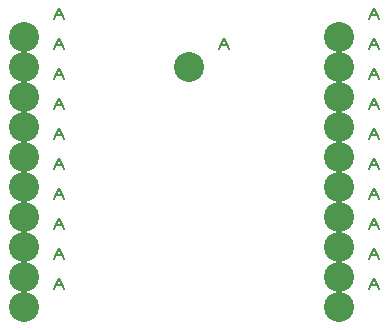
<source format=gbr>
%FSLAX23Y23*%
%MOIN*%
G04 EasyPC Gerber Version 17.0 Build 3379 *
%ADD11C,0.00500*%
%ADD19C,0.10000*%
X0Y0D02*
D02*
D11*
X153Y392D02*
X168Y429D01*
X184Y392*
X159Y407D02*
X178D01*
X153Y492D02*
X168Y529D01*
X184Y492*
X159Y507D02*
X178D01*
X153Y592D02*
X168Y629D01*
X184Y592*
X159Y608D02*
X178D01*
X153Y692D02*
X168Y729D01*
X184Y692*
X159Y708D02*
X178D01*
X153Y792D02*
X168Y829D01*
X184Y792*
X159Y808D02*
X178D01*
X153Y892D02*
X168Y929D01*
X184Y892*
X159Y908D02*
X178D01*
X153Y992D02*
X168Y1029D01*
X184Y992*
X159Y1008D02*
X178D01*
X153Y1092D02*
X168Y1129D01*
X184Y1092*
X159Y1108D02*
X178D01*
X153Y1192D02*
X168Y1229D01*
X184Y1192*
X159Y1208D02*
X178D01*
X153Y1292D02*
X168Y1329D01*
X184Y1292*
X159Y1308D02*
X178D01*
X703Y1192D02*
X718Y1229D01*
X734Y1192*
X709Y1208D02*
X728D01*
X1202Y392D02*
X1218Y429D01*
X1234Y392*
X1209Y407D02*
X1228D01*
X1202Y492D02*
X1218Y529D01*
X1234Y492*
X1209Y507D02*
X1228D01*
X1202Y592D02*
X1218Y629D01*
X1234Y592*
X1209Y608D02*
X1228D01*
X1202Y692D02*
X1218Y729D01*
X1234Y692*
X1209Y708D02*
X1228D01*
X1202Y792D02*
X1218Y829D01*
X1234Y792*
X1209Y808D02*
X1228D01*
X1202Y892D02*
X1218Y929D01*
X1234Y892*
X1209Y908D02*
X1228D01*
X1202Y992D02*
X1218Y1029D01*
X1234Y992*
X1209Y1008D02*
X1228D01*
X1202Y1092D02*
X1218Y1129D01*
X1234Y1092*
X1209Y1108D02*
X1228D01*
X1202Y1192D02*
X1218Y1229D01*
X1234Y1192*
X1209Y1208D02*
X1228D01*
X1202Y1292D02*
X1218Y1329D01*
X1234Y1292*
X1209Y1308D02*
X1228D01*
D02*
D19*
X53Y333D03*
Y433D03*
Y532D03*
Y632D03*
Y733D03*
Y833D03*
Y933D03*
Y1033D03*
Y1133D03*
Y1233D03*
X603Y1133D03*
X1103Y333D03*
Y433D03*
Y532D03*
Y632D03*
Y733D03*
Y833D03*
Y933D03*
Y1033D03*
Y1133D03*
Y1233D03*
X0Y0D02*
M02*

</source>
